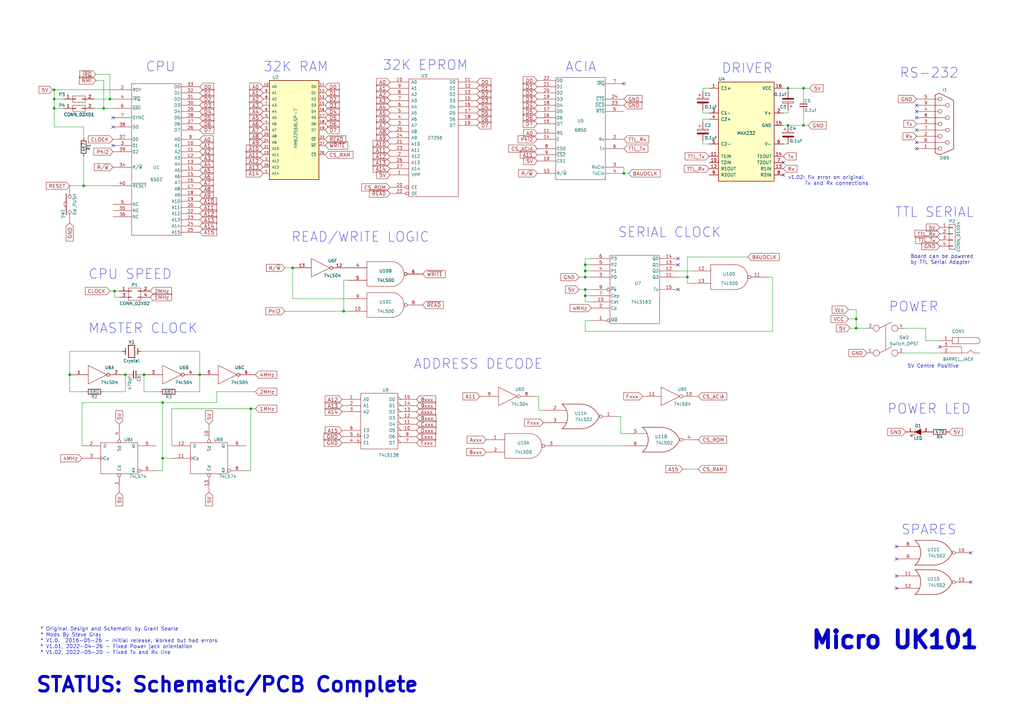
<source format=kicad_sch>
(kicad_sch (version 20211123) (generator eeschema)
  (paper "A3")
  (title_block (title "Micro UK101 with mods") (date "2022-05-20") (rev "1.02") (company "Steve J. Gray") (comment 1 "Design by Grant Searle"))
  (junction (at 28.575 153.67))
  (junction (at 351.155 134.62))
  (junction (at 51.435 153.67))
  (junction (at 45.085 40.64))
  (junction (at 42.545 44.45))
  (junction (at 120.015 109.855))
  (junction (at 329.565 36.195))
  (junction (at 240.03 113.665))
  (junction (at 329.565 51.435))
  (junction (at 22.225 44.45))
  (junction (at 240.03 121.285))
  (junction (at 351.155 130.81))
  (junction (at 323.215 51.435))
  (junction (at 81.915 153.67))
  (junction (at 22.225 40.64))
  (junction (at 102.87 167.64))
  (junction (at 34.29 76.2))
  (junction (at 140.97 127.635))
  (junction (at 240.03 108.585))
  (junction (at 59.055 153.67))
  (junction (at 66.675 187.96))
  (junction (at 240.03 111.125))
  (junction (at 323.215 36.195))
  (junction (at 281.94 113.665))
  (junction (at 240.03 118.745))
  (junction (at 46.99 119.38))
  (junction (at 22.225 36.83))
  (junction (at 255.905 71.12))
  (junction (at 66.675 165.1))
  (no_connect (at 385.445 142.24))
  (no_connect (at 398.145 226.695))
  (no_connect (at 278.13 108.585))
  (no_connect (at 367.665 241.3))
  (no_connect (at 367.665 224.155))
  (no_connect (at 46.355 48.26))
  (no_connect (at 46.355 52.07))
  (no_connect (at 278.13 118.745))
  (no_connect (at 398.145 238.76))
  (no_connect (at 278.13 106.045))
  (no_connect (at 46.355 59.69))
  (no_connect (at 367.665 229.235))
  (no_connect (at 321.31 66.675))
  (no_connect (at 321.31 71.755))
  (no_connect (at 255.905 34.29))
  (no_connect (at 367.665 236.22))
  (no_connect (at 375.92 48.26))
  (no_connect (at 375.92 45.72))
  (no_connect (at 375.92 60.96))
  (no_connect (at 375.92 58.42))
  (no_connect (at 375.92 53.34))
  (no_connect (at 375.92 43.18))
  (wire (pts (xy 288.29 46.355) (xy 290.83 46.355)))
  (wire (pts (xy 278.13 113.665) (xy 281.94 113.665)))
  (wire (pts (xy 45.085 40.64) (xy 45.085 30.48)))
  (wire (pts (xy 240.03 106.045) (xy 242.57 106.045)))
  (wire (pts (xy 28.575 144.145) (xy 28.575 153.67)))
  (wire (pts (xy 88.9 165.1) (xy 88.9 160.655)))
  (wire (pts (xy 240.03 123.825) (xy 242.57 123.825)))
  (wire (pts (xy 33.655 165.1) (xy 33.655 182.88)))
  (wire (pts (xy 329.565 36.195) (xy 332.105 36.195)))
  (wire (pts (xy 33.655 165.1) (xy 66.675 165.1)))
  (wire (pts (xy 66.675 165.1) (xy 66.675 187.96)))
  (wire (pts (xy 38.735 44.45) (xy 42.545 44.45)))
  (wire (pts (xy 42.545 44.45) (xy 46.355 44.45)))
  (wire (pts (xy 290.83 59.055) (xy 288.29 59.055)))
  (wire (pts (xy 237.49 118.745) (xy 240.03 118.745)))
  (wire (pts (xy 240.03 108.585) (xy 242.57 108.585)))
  (wire (pts (xy 102.87 193.04) (xy 100.965 193.04)))
  (wire (pts (xy 220.98 162.56) (xy 220.98 168.275)))
  (wire (pts (xy 240.03 111.125) (xy 240.03 113.665)))
  (wire (pts (xy 81.915 144.145) (xy 57.785 144.145)))
  (wire (pts (xy 351.155 130.81) (xy 347.98 130.81)))
  (wire (pts (xy 116.84 109.855) (xy 120.015 109.855)))
  (wire (pts (xy 254.635 177.8) (xy 255.905 177.8)))
  (wire (pts (xy 237.49 113.665) (xy 240.03 113.665)))
  (wire (pts (xy 28.575 160.655) (xy 34.925 160.655)))
  (wire (pts (xy 46.99 119.38) (xy 48.895 119.38)))
  (wire (pts (xy 66.675 193.04) (xy 64.135 193.04)))
  (wire (pts (xy 81.915 153.67) (xy 81.915 160.655)))
  (wire (pts (xy 66.675 187.96) (xy 70.485 187.96)))
  (wire (pts (xy 34.29 52.07) (xy 34.29 56.515)))
  (wire (pts (xy 379.73 134.62) (xy 379.73 139.7)))
  (wire (pts (xy 314.325 113.665) (xy 316.865 113.665)))
  (wire (pts (xy 22.225 36.83) (xy 22.225 40.64)))
  (wire (pts (xy 348.615 134.62) (xy 351.155 134.62)))
  (wire (pts (xy 42.545 33.02) (xy 39.37 33.02)))
  (wire (pts (xy 351.155 134.62) (xy 355.6 134.62)))
  (wire (pts (xy 255.905 182.88) (xy 229.87 182.88)))
  (wire (pts (xy 351.155 127) (xy 351.155 130.81)))
  (wire (pts (xy 257.81 71.12) (xy 255.905 71.12)))
  (wire (pts (xy 22.225 40.64) (xy 26.035 40.64)))
  (wire (pts (xy 81.915 144.145) (xy 81.915 153.67)))
  (wire (pts (xy 88.9 160.655) (xy 104.775 160.655)))
  (wire (pts (xy 240.03 118.745) (xy 242.57 118.745)))
  (wire (pts (xy 290.83 48.895) (xy 288.29 48.895)))
  (wire (pts (xy 253.365 170.815) (xy 254.635 170.815)))
  (wire (pts (xy 46.99 119.38) (xy 46.99 121.92)))
  (wire (pts (xy 120.015 109.855) (xy 120.015 122.555)))
  (wire (pts (xy 240.03 121.285) (xy 242.57 121.285)))
  (wire (pts (xy 51.435 153.67) (xy 52.705 153.67)))
  (wire (pts (xy 102.87 167.64) (xy 102.87 193.04)))
  (wire (pts (xy 219.71 162.56) (xy 220.98 162.56)))
  (wire (pts (xy 140.97 114.935) (xy 140.97 127.635)))
  (wire (pts (xy 278.13 111.125) (xy 283.845 111.125)))
  (wire (pts (xy 281.94 105.41) (xy 281.94 113.665)))
  (wire (pts (xy 240.03 121.285) (xy 240.03 123.825)))
  (wire (pts (xy 379.73 139.7) (xy 385.445 139.7)))
  (wire (pts (xy 22.225 40.64) (xy 22.225 44.45)))
  (wire (pts (xy 45.085 119.38) (xy 46.99 119.38)))
  (wire (pts (xy 66.675 165.1) (xy 88.9 165.1)))
  (wire (pts (xy 220.98 168.275) (xy 222.885 168.275)))
  (wire (pts (xy 240.03 118.745) (xy 240.03 121.285)))
  (wire (pts (xy 316.865 113.665) (xy 316.865 135.89)))
  (wire (pts (xy 281.94 116.205) (xy 283.845 116.205)))
  (wire (pts (xy 281.94 105.41) (xy 306.705 105.41)))
  (wire (pts (xy 116.84 127.635) (xy 140.97 127.635)))
  (wire (pts (xy 38.735 40.64) (xy 45.085 40.64)))
  (wire (pts (xy 142.875 114.935) (xy 140.97 114.935)))
  (wire (pts (xy 28.575 153.67) (xy 28.575 160.655)))
  (wire (pts (xy 280.035 192.405) (xy 286.385 192.405)))
  (wire (pts (xy 351.155 134.62) (xy 351.155 130.81)))
  (wire (pts (xy 59.055 160.655) (xy 65.405 160.655)))
  (wire (pts (xy 22.225 44.45) (xy 22.225 52.07)))
  (wire (pts (xy 66.675 187.96) (xy 66.675 193.04)))
  (wire (pts (xy 323.215 51.435) (xy 329.565 51.435)))
  (wire (pts (xy 46.99 121.92) (xy 48.895 121.92)))
  (wire (pts (xy 288.29 59.055) (xy 288.29 57.785)))
  (wire (pts (xy 120.015 122.555) (xy 142.875 122.555)))
  (wire (pts (xy 240.03 108.585) (xy 240.03 111.125)))
  (wire (pts (xy 347.98 127) (xy 351.155 127)))
  (wire (pts (xy 323.215 36.195) (xy 329.565 36.195)))
  (wire (pts (xy 316.865 135.89) (xy 240.03 135.89)))
  (wire (pts (xy 34.29 76.2) (xy 46.355 76.2)))
  (wire (pts (xy 102.87 167.64) (xy 104.775 167.64)))
  (wire (pts (xy 140.97 127.635) (xy 142.875 127.635)))
  (wire (pts (xy 323.215 46.355) (xy 323.215 45.085)))
  (wire (pts (xy 22.225 44.45) (xy 26.035 44.45)))
  (wire (pts (xy 240.03 135.89) (xy 240.03 131.445)))
  (wire (pts (xy 323.215 36.195) (xy 323.215 37.465)))
  (wire (pts (xy 45.085 40.64) (xy 46.355 40.64)))
  (wire (pts (xy 34.29 64.135) (xy 34.29 76.2)))
  (wire (pts (xy 21.59 36.83) (xy 22.225 36.83)))
  (wire (pts (xy 370.84 144.78) (xy 385.445 144.78)))
  (wire (pts (xy 321.31 36.195) (xy 323.215 36.195)))
  (wire (pts (xy 329.565 51.435) (xy 331.47 51.435)))
  (wire (pts (xy 50.165 144.145) (xy 28.575 144.145)))
  (wire (pts (xy 288.29 48.895) (xy 288.29 50.165)))
  (wire (pts (xy 22.225 52.07) (xy 34.29 52.07)))
  (wire (pts (xy 42.545 44.45) (xy 42.545 33.02)))
  (wire (pts (xy 51.435 153.67) (xy 51.435 160.655)))
  (wire (pts (xy 28.575 76.2) (xy 34.29 76.2)))
  (wire (pts (xy 290.83 36.195) (xy 288.29 36.195)))
  (wire (pts (xy 45.085 30.48) (xy 39.37 30.48)))
  (wire (pts (xy 329.565 40.64) (xy 329.565 36.195)))
  (wire (pts (xy 240.03 113.665) (xy 242.57 113.665)))
  (wire (pts (xy 51.435 160.655) (xy 42.545 160.655)))
  (wire (pts (xy 22.225 36.83) (xy 46.355 36.83)))
  (wire (pts (xy 255.905 71.12) (xy 255.905 68.58)))
  (wire (pts (xy 329.565 45.72) (xy 329.565 51.435)))
  (wire (pts (xy 281.94 113.665) (xy 281.94 116.205)))
  (wire (pts (xy 370.84 134.62) (xy 379.73 134.62)))
  (wire (pts (xy 321.31 51.435) (xy 323.215 51.435)))
  (wire (pts (xy 254.635 170.815) (xy 254.635 177.8)))
  (wire (pts (xy 240.03 106.045) (xy 240.03 108.585)))
  (wire (pts (xy 59.055 153.67) (xy 57.785 153.67)))
  (wire (pts (xy 321.31 46.355) (xy 323.215 46.355)))
  (wire (pts (xy 59.055 153.67) (xy 59.055 160.655)))
  (wire (pts (xy 321.31 59.055) (xy 323.215 59.055)))
  (wire (pts (xy 288.29 36.195) (xy 288.29 37.465)))
  (wire (pts (xy 240.03 131.445) (xy 242.57 131.445)))
  (wire (pts (xy 70.485 167.64) (xy 102.87 167.64)))
  (wire (pts (xy 70.485 182.88) (xy 70.485 167.64)))
  (wire (pts (xy 288.29 45.085) (xy 288.29 46.355)))
  (wire (pts (xy 240.03 111.125) (xy 242.57 111.125)))
  (wire (pts (xy 81.915 160.655) (xy 73.025 160.655)))
  (text "Micro UK101" (at 401.955 266.7 180) (effects (font (size 7 7) (thickness 1.6002) bold) (justify right bottom)))
  (text "CPU" (at 59.69 29.845 0) (effects (font (size 3.9878 3.9878)) (justify left bottom)))
  (text "POWER" (at 364.49 128.27 0) (effects (font (size 3.9878 3.9878)) (justify left bottom)))
  (text "READ/WRITE LOGIC" (at 119.38 99.695 0) (effects (font (size 3.9878 3.9878)) (justify left bottom)))
  (text "* Original Design and Schematic by Grant Searle\n* Mods By Steve Gray\n* V1.0,  2016-05-26 - Initial release. Worked but had errors\n* V1.01, 2022-04-26 - Fixed Power jack orientation\n* V1.02, 2022-05-20 - Fixed Tx and Rx line" (at 16.51 268.605 0) (effects (font (size 1.4986 1.4986)) (justify left bottom)))
  (text "MASTER CLOCK" (at 36.195 137.16 0) (effects (font (size 3.9878 3.9878)) (justify left bottom)))
  (text "DRIVER" (at 295.91 30.48 0) (effects (font (size 3.9878 3.9878)) (justify left bottom)))
  (text "STATUS: Schematic/PCB Complete" (at 172.085 284.48 180) (effects (font (size 5.9944 5.9944) (thickness 1.1989) bold) (justify right bottom)))
  (text "32K EPROM" (at 156.845 29.21 0) (effects (font (size 3.9878 3.9878)) (justify left bottom)))
  (text "Board can be powered\nby TTL Serial Adapter" (at 373.38 108.585 0) (effects (font (size 1.4986 1.4986)) (justify left bottom)))
  (text "SPARES" (at 369.57 219.71 0) (effects (font (size 3.9878 3.9878)) (justify left bottom)))
  (text "POWER LED" (at 363.855 170.18 0) (effects (font (size 3.9878 3.9878)) (justify left bottom)))
  (text "TTL SERIAL" (at 367.03 89.535 0) (effects (font (size 3.9878 3.9878)) (justify left bottom)))
  (text "RS-232" (at 368.935 32.385 0) (effects (font (size 3.9878 3.9878)) (justify left bottom)))
  (text "ACIA" (at 231.775 29.845 0) (effects (font (size 3.9878 3.9878)) (justify left bottom)))
  (text "ADDRESS DECODE" (at 169.545 151.765 0) (effects (font (size 3.9878 3.9878)) (justify left bottom)))
  (text "32K RAM" (at 107.95 29.845 0) (effects (font (size 3.9878 3.9878)) (justify left bottom)))
  (text "SERIAL CLOCK" (at 253.365 97.79 0) (effects (font (size 3.9878 3.9878)) (justify left bottom)))
  (text "v1.02: fix error on original\n      Tx and Rx connections" (at 323.215 76.2 0) (effects (font (size 1.4986 1.4986)) (justify left bottom)))
  (text "5V Centre Positive" (at 372.11 151.13 0) (effects (font (size 1.4986 1.4986)) (justify left bottom)))
  (text "CPU SPEED" (at 36.195 114.935 0) (effects (font (size 3.9878 3.9878)) (justify left bottom)))
  (global_label "5V" (shape input) (at 21.59 36.83 180) (effects (font (size 1.4986 1.4986))) (property "Intersheet References" "${INTERSHEET_REFS}" (effects hide)))
  (global_label "A4" (shape input) (at 81.915 67.31 0) (effects (font (size 1.4986 1.4986))) (property "Intersheet References" "${INTERSHEET_REFS}" (effects hide)))
  (global_label "D0" (shape input) (at 195.58 33.655 0) (effects (font (size 1.4986 1.4986))) (property "Intersheet References" "${INTERSHEET_REFS}" (effects hide)))
  (global_label "A13" (shape input) (at 140.335 166.37 180) (effects (font (size 1.4986 1.4986))) (property "Intersheet References" "${INTERSHEET_REFS}" (effects hide)))
  (global_label "GND" (shape input) (at 355.6 144.78 180) (effects (font (size 1.4986 1.4986))) (property "Intersheet References" "${INTERSHEET_REFS}" (effects hide)))
  (global_label "5V" (shape input) (at 237.49 118.745 180) (effects (font (size 1.4986 1.4986))) (property "Intersheet References" "${INTERSHEET_REFS}" (effects hide)))
  (global_label "D0" (shape input) (at 81.915 35.56 0) (effects (font (size 1.4986 1.4986))) (property "Intersheet References" "${INTERSHEET_REFS}" (effects hide)))
  (global_label "D6" (shape input) (at 220.345 48.26 180) (effects (font (size 1.4986 1.4986))) (property "Intersheet References" "${INTERSHEET_REFS}" (effects hide)))
  (global_label "A14" (shape input) (at 81.915 92.71 0) (effects (font (size 1.4986 1.4986))) (property "Intersheet References" "${INTERSHEET_REFS}" (effects hide)))
  (global_label "TTL_Tx" (shape input) (at 255.905 60.96 0) (effects (font (size 1.4986 1.4986))) (property "Intersheet References" "${INTERSHEET_REFS}" (effects hide)))
  (global_label "D5" (shape input) (at 81.915 48.26 0) (effects (font (size 1.4986 1.4986))) (property "Intersheet References" "${INTERSHEET_REFS}" (effects hide)))
  (global_label "A14" (shape input) (at 160.02 69.215 180) (effects (font (size 1.4986 1.4986))) (property "Intersheet References" "${INTERSHEET_REFS}" (effects hide)))
  (global_label "~{READ}" (shape input) (at 160.02 79.375 180) (effects (font (size 1.4986 1.4986))) (property "Intersheet References" "${INTERSHEET_REFS}" (effects hide)))
  (global_label "CLOCK" (shape input) (at 45.085 119.38 180) (effects (font (size 1.4986 1.4986))) (property "Intersheet References" "${INTERSHEET_REFS}" (effects hide)))
  (global_label "CS_ACIA" (shape input) (at 220.345 60.96 180) (effects (font (size 1.4986 1.4986))) (property "Intersheet References" "${INTERSHEET_REFS}" (effects hide)))
  (global_label "BAUDCLK" (shape input) (at 257.81 71.12 0) (effects (font (size 1.4986 1.4986))) (property "Intersheet References" "${INTERSHEET_REFS}" (effects hide)))
  (global_label "5V" (shape input) (at 48.895 173.99 90) (effects (font (size 1.4986 1.4986))) (property "Intersheet References" "${INTERSHEET_REFS}" (effects hide)))
  (global_label "Fxxx" (shape input) (at 170.815 181.61 0) (effects (font (size 1.4986 1.4986))) (property "Intersheet References" "${INTERSHEET_REFS}" (effects hide)))
  (global_label "A12" (shape input) (at 81.915 87.63 0) (effects (font (size 1.4986 1.4986))) (property "Intersheet References" "${INTERSHEET_REFS}" (effects hide)))
  (global_label "5V" (shape input) (at 389.255 177.165 0) (effects (font (size 1.4986 1.4986))) (property "Intersheet References" "${INTERSHEET_REFS}" (effects hide)))
  (global_label "A5" (shape input) (at 107.95 48.26 180) (effects (font (size 1.4986 1.4986))) (property "Intersheet References" "${INTERSHEET_REFS}" (effects hide)))
  (global_label "D5" (shape input) (at 195.58 46.355 0) (effects (font (size 1.4986 1.4986))) (property "Intersheet References" "${INTERSHEET_REFS}" (effects hide)))
  (global_label "1MHz" (shape input) (at 104.775 167.64 0) (effects (font (size 1.4986 1.4986))) (property "Intersheet References" "${INTERSHEET_REFS}" (effects hide)))
  (global_label "Phi2" (shape input) (at 116.84 127.635 180) (effects (font (size 1.4986 1.4986))) (property "Intersheet References" "${INTERSHEET_REFS}" (effects hide)))
  (global_label "9xxx" (shape input) (at 170.815 166.37 0) (effects (font (size 1.4986 1.4986))) (property "Intersheet References" "${INTERSHEET_REFS}" (effects hide)))
  (global_label "A2" (shape input) (at 81.915 62.23 0) (effects (font (size 1.4986 1.4986))) (property "Intersheet References" "${INTERSHEET_REFS}" (effects hide)))
  (global_label "A3" (shape input) (at 107.95 43.18 180) (effects (font (size 1.4986 1.4986))) (property "Intersheet References" "${INTERSHEET_REFS}" (effects hide)))
  (global_label "D6" (shape input) (at 133.35 50.8 0) (effects (font (size 1.4986 1.4986))) (property "Intersheet References" "${INTERSHEET_REFS}" (effects hide)))
  (global_label "8xxx" (shape input) (at 170.815 163.83 0) (effects (font (size 1.4986 1.4986))) (property "Intersheet References" "${INTERSHEET_REFS}" (effects hide)))
  (global_label "CS_ACIA" (shape input) (at 286.385 162.56 0) (effects (font (size 1.4986 1.4986))) (property "Intersheet References" "${INTERSHEET_REFS}" (effects hide)))
  (global_label "VCC" (shape input) (at 347.98 130.81 180) (effects (font (size 1.4986 1.4986))) (property "Intersheet References" "${INTERSHEET_REFS}" (effects hide)))
  (global_label "D3" (shape input) (at 81.915 43.18 0) (effects (font (size 1.4986 1.4986))) (property "Intersheet References" "${INTERSHEET_REFS}" (effects hide)))
  (global_label "TTL_Tx" (shape input) (at 290.83 64.135 180) (effects (font (size 1.4986 1.4986))) (property "Intersheet References" "${INTERSHEET_REFS}" (effects hide)))
  (global_label "D5" (shape input) (at 220.345 45.72 180) (effects (font (size 1.4986 1.4986))) (property "Intersheet References" "${INTERSHEET_REFS}" (effects hide)))
  (global_label "A6" (shape input) (at 107.95 50.8 180) (effects (font (size 1.4986 1.4986))) (property "Intersheet References" "${INTERSHEET_REFS}" (effects hide)))
  (global_label "GND" (shape input) (at 331.47 51.435 0) (effects (font (size 1.4986 1.4986))) (property "Intersheet References" "${INTERSHEET_REFS}" (effects hide)))
  (global_label "CS_ROM" (shape input) (at 160.02 76.835 180) (effects (font (size 1.4986 1.4986))) (property "Intersheet References" "${INTERSHEET_REFS}" (effects hide)))
  (global_label "D5" (shape input) (at 133.35 48.26 0) (effects (font (size 1.4986 1.4986))) (property "Intersheet References" "${INTERSHEET_REFS}" (effects hide)))
  (global_label "A5" (shape input) (at 160.02 46.355 180) (effects (font (size 1.4986 1.4986))) (property "Intersheet References" "${INTERSHEET_REFS}" (effects hide)))
  (global_label "D2" (shape input) (at 133.35 40.64 0) (effects (font (size 1.4986 1.4986))) (property "Intersheet References" "${INTERSHEET_REFS}" (effects hide)))
  (global_label "A11" (shape input) (at 107.95 63.5 180) (effects (font (size 1.4986 1.4986))) (property "Intersheet References" "${INTERSHEET_REFS}" (effects hide)))
  (global_label "D1" (shape input) (at 81.915 38.1 0) (effects (font (size 1.4986 1.4986))) (property "Intersheet References" "${INTERSHEET_REFS}" (effects hide)))
  (global_label "5V" (shape input) (at 332.105 36.195 0) (effects (font (size 1.4986 1.4986))) (property "Intersheet References" "${INTERSHEET_REFS}" (effects hide)))
  (global_label "CS_RAM" (shape input) (at 286.385 192.405 0) (effects (font (size 1.4986 1.4986))) (property "Intersheet References" "${INTERSHEET_REFS}" (effects hide)))
  (global_label "A5" (shape input) (at 81.915 69.85 0) (effects (font (size 1.4986 1.4986))) (property "Intersheet References" "${INTERSHEET_REFS}" (effects hide)))
  (global_label "A3" (shape input) (at 81.915 64.77 0) (effects (font (size 1.4986 1.4986))) (property "Intersheet References" "${INTERSHEET_REFS}" (effects hide)))
  (global_label "4MHz" (shape input) (at 33.655 187.96 180) (effects (font (size 1.4986 1.4986))) (property "Intersheet References" "${INTERSHEET_REFS}" (effects hide)))
  (global_label "GND" (shape input) (at 385.445 100.965 180) (effects (font (size 1.4986 1.4986))) (property "Intersheet References" "${INTERSHEET_REFS}" (effects hide)))
  (global_label "Phi2" (shape input) (at 220.345 57.15 180) (effects (font (size 1.4986 1.4986))) (property "Intersheet References" "${INTERSHEET_REFS}" (effects hide)))
  (global_label "Bxxx" (shape input) (at 199.39 185.42 180) (effects (font (size 1.4986 1.4986))) (property "Intersheet References" "${INTERSHEET_REFS}" (effects hide)))
  (global_label "~{WRITE}" (shape input) (at 173.355 112.395 0) (effects (font (size 1.4986 1.4986))) (property "Intersheet References" "${INTERSHEET_REFS}" (effects hide)))
  (global_label "D4" (shape input) (at 133.35 45.72 0) (effects (font (size 1.4986 1.4986))) (property "Intersheet References" "${INTERSHEET_REFS}" (effects hide)))
  (global_label "BAUDCLK" (shape input) (at 306.705 105.41 0) (effects (font (size 1.4986 1.4986))) (property "Intersheet References" "${INTERSHEET_REFS}" (effects hide)))
  (global_label "CS_RAM" (shape input) (at 133.35 63.5 0) (effects (font (size 1.4986 1.4986))) (property "Intersheet References" "${INTERSHEET_REFS}" (effects hide)))
  (global_label "A11" (shape input) (at 160.02 61.595 180) (effects (font (size 1.4986 1.4986))) (property "Intersheet References" "${INTERSHEET_REFS}" (effects hide)))
  (global_label "Exxx" (shape input) (at 170.815 179.07 0) (effects (font (size 1.4986 1.4986))) (property "Intersheet References" "${INTERSHEET_REFS}" (effects hide)))
  (global_label "A9" (shape input) (at 160.02 56.515 180) (effects (font (size 1.4986 1.4986))) (property "Intersheet References" "${INTERSHEET_REFS}" (effects hide)))
  (global_label "GND" (shape input) (at 255.905 40.64 0) (effects (font (size 1.4986 1.4986))) (property "Intersheet References" "${INTERSHEET_REFS}" (effects hide)))
  (global_label "A9" (shape input) (at 107.95 58.42 180) (effects (font (size 1.4986 1.4986))) (property "Intersheet References" "${INTERSHEET_REFS}" (effects hide)))
  (global_label "Axxx" (shape input) (at 199.39 180.34 180) (effects (font (size 1.4986 1.4986))) (property "Intersheet References" "${INTERSHEET_REFS}" (effects hide)))
  (global_label "D3" (shape input) (at 195.58 41.275 0) (effects (font (size 1.4986 1.4986))) (property "Intersheet References" "${INTERSHEET_REFS}" (effects hide)))
  (global_label "A14" (shape input) (at 140.335 168.91 180) (effects (font (size 1.4986 1.4986))) (property "Intersheet References" "${INTERSHEET_REFS}" (effects hide)))
  (global_label "Cxxx" (shape input) (at 170.815 173.99 0) (effects (font (size 1.4986 1.4986))) (property "Intersheet References" "${INTERSHEET_REFS}" (effects hide)))
  (global_label "D3" (shape input) (at 220.345 40.64 180) (effects (font (size 1.4986 1.4986))) (property "Intersheet References" "${INTERSHEET_REFS}" (effects hide)))
  (global_label "~{WRITE}" (shape input) (at 133.35 59.69 0) (effects (font (size 1.4986 1.4986))) (property "Intersheet References" "${INTERSHEET_REFS}" (effects hide)))
  (global_label "CS_ROM" (shape input) (at 286.385 180.34 0) (effects (font (size 1.4986 1.4986))) (property "Intersheet References" "${INTERSHEET_REFS}" (effects hide)))
  (global_label "D7" (shape input) (at 81.915 53.34 0) (effects (font (size 1.4986 1.4986))) (property "Intersheet References" "${INTERSHEET_REFS}" (effects hide)))
  (global_label "D4" (shape input) (at 81.915 45.72 0) (effects (font (size 1.4986 1.4986))) (property "Intersheet References" "${INTERSHEET_REFS}" (effects hide)))
  (global_label "A14" (shape input) (at 107.95 71.12 180) (effects (font (size 1.4986 1.4986))) (property "Intersheet References" "${INTERSHEET_REFS}" (effects hide)))
  (global_label "5V" (shape input) (at 385.445 93.345 180) (effects (font (size 1.4986 1.4986))) (property "Intersheet References" "${INTERSHEET_REFS}" (effects hide)))
  (global_label "GND" (shape input) (at 371.475 177.165 180) (effects (font (size 1.4986 1.4986))) (property "Intersheet References" "${INTERSHEET_REFS}" (effects hide)))
  (global_label "A2" (shape input) (at 107.95 40.64 180) (effects (font (size 1.4986 1.4986))) (property "Intersheet References" "${INTERSHEET_REFS}" (effects hide)))
  (global_label "~{READ}" (shape input) (at 133.35 57.15 0) (effects (font (size 1.4986 1.4986))) (property "Intersheet References" "${INTERSHEET_REFS}" (effects hide)))
  (global_label "5V" (shape input) (at 48.895 201.93 270) (effects (font (size 1.4986 1.4986))) (property "Intersheet References" "${INTERSHEET_REFS}" (effects hide)))
  (global_label "A15" (shape input) (at 280.035 192.405 180) (effects (font (size 1.4986 1.4986))) (property "Intersheet References" "${INTERSHEET_REFS}" (effects hide)))
  (global_label "5V" (shape input) (at 85.725 201.93 270) (effects (font (size 1.4986 1.4986))) (property "Intersheet References" "${INTERSHEET_REFS}" (effects hide)))
  (global_label "D6" (shape input) (at 195.58 48.895 0) (effects (font (size 1.4986 1.4986))) (property "Intersheet References" "${INTERSHEET_REFS}" (effects hide)))
  (global_label "~{IRQ}" (shape input) (at 39.37 30.48 180) (effects (font (size 1.4986 1.4986))) (property "Intersheet References" "${INTERSHEET_REFS}" (effects hide)))
  (global_label "1MHz" (shape input) (at 61.595 121.92 0) (effects (font (size 1.4986 1.4986))) (property "Intersheet References" "${INTERSHEET_REFS}" (effects hide)))
  (global_label "A12" (shape input) (at 140.335 163.83 180) (effects (font (size 1.4986 1.4986))) (property "Intersheet References" "${INTERSHEET_REFS}" (effects hide)))
  (global_label "A12" (shape input) (at 107.95 66.04 180) (effects (font (size 1.4986 1.4986))) (property "Intersheet References" "${INTERSHEET_REFS}" (effects hide)))
  (global_label "GND" (shape input) (at 140.335 181.61 180) (effects (font (size 1.4986 1.4986))) (property "Intersheet References" "${INTERSHEET_REFS}" (effects hide)))
  (global_label "A0" (shape input) (at 220.345 54.61 180) (effects (font (size 1.4986 1.4986))) (property "Intersheet References" "${INTERSHEET_REFS}" (effects hide)))
  (global_label "D4" (shape input) (at 195.58 43.815 0) (effects (font (size 1.4986 1.4986))) (property "Intersheet References" "${INTERSHEET_REFS}" (effects hide)))
  (global_label "TTL_Tx" (shape input) (at 385.445 98.425 180) (effects (font (size 1.4986 1.4986))) (property "Intersheet References" "${INTERSHEET_REFS}" (effects hide)))
  (global_label "A1" (shape input) (at 81.915 59.69 0) (effects (font (size 1.4986 1.4986))) (property "Intersheet References" "${INTERSHEET_REFS}" (effects hide)))
  (global_label "A13" (shape input) (at 81.915 90.17 0) (effects (font (size 1.4986 1.4986))) (property "Intersheet References" "${INTERSHEET_REFS}" (effects hide)))
  (global_label "GND" (shape input) (at 28.575 91.44 270) (effects (font (size 1.4986 1.4986))) (property "Intersheet References" "${INTERSHEET_REFS}" (effects hide)))
  (global_label "A10" (shape input) (at 107.95 60.96 180) (effects (font (size 1.4986 1.4986))) (property "Intersheet References" "${INTERSHEET_REFS}" (effects hide)))
  (global_label "D1" (shape input) (at 220.345 35.56 180) (effects (font (size 1.4986 1.4986))) (property "Intersheet References" "${INTERSHEET_REFS}" (effects hide)))
  (global_label "A13" (shape input) (at 107.95 68.58 180) (effects (font (size 1.4986 1.4986))) (property "Intersheet References" "${INTERSHEET_REFS}" (effects hide)))
  (global_label "5V" (shape input) (at 348.615 134.62 180) (effects (font (size 1.4986 1.4986))) (property "Intersheet References" "${INTERSHEET_REFS}" (effects hide)))
  (global_label "~{NMI}" (shape input) (at 39.37 33.02 180) (effects (font (size 1.4986 1.4986))) (property "Intersheet References" "${INTERSHEET_REFS}" (effects hide)))
  (global_label "4MHz" (shape input) (at 242.57 126.365 180) (effects (font (size 1.4986 1.4986))) (property "Intersheet References" "${INTERSHEET_REFS}" (effects hide)))
  (global_label "A7" (shape input) (at 107.95 53.34 180) (effects (font (size 1.4986 1.4986))) (property "Intersheet References" "${INTERSHEET_REFS}" (effects hide)))
  (global_label "A11" (shape input) (at 220.345 63.5 180) (effects (font (size 1.4986 1.4986))) (property "Intersheet References" "${INTERSHEET_REFS}" (effects hide)))
  (global_label "Tx" (shape input) (at 375.92 50.8 180) (effects (font (size 1.4986 1.4986))) (property "Intersheet References" "${INTERSHEET_REFS}" (effects hide)))
  (global_label "A4" (shape input) (at 107.95 45.72 180) (effects (font (size 1.4986 1.4986))) (property "Intersheet References" "${INTERSHEET_REFS}" (effects hide)))
  (global_label "D6" (shape input) (at 81.915 50.8 0) (effects (font (size 1.4986 1.4986))) (property "Intersheet References" "${INTERSHEET_REFS}" (effects hide)))
  (global_label "R/~{W}" (shape input) (at 46.355 68.58 180) (effects (font (size 1.4986 1.4986))) (property "Intersheet References" "${INTERSHEET_REFS}" (effects hide)))
  (global_label "D2" (shape input) (at 220.345 38.1 180) (effects (font (size 1.4986 1.4986))) (property "Intersheet References" "${INTERSHEET_REFS}" (effects hide)))
  (global_label "A10" (shape input) (at 81.915 82.55 0) (effects (font (size 1.4986 1.4986))) (property "Intersheet References" "${INTERSHEET_REFS}" (effects hide)))
  (global_label "A8" (shape input) (at 107.95 55.88 180) (effects (font (size 1.4986 1.4986))) (property "Intersheet References" "${INTERSHEET_REFS}" (effects hide)))
  (global_label "R/~{W}" (shape input) (at 220.345 71.12 180) (effects (font (size 1.4986 1.4986))) (property "Intersheet References" "${INTERSHEET_REFS}" (effects hide)))
  (global_label "Axxx" (shape input) (at 170.815 168.91 0) (effects (font (size 1.4986 1.4986))) (property "Intersheet References" "${INTERSHEET_REFS}" (effects hide)))
  (global_label "2MHz" (shape input) (at 104.775 160.655 0) (effects (font (size 1.4986 1.4986))) (property "Intersheet References" "${INTERSHEET_REFS}" (effects hide)))
  (global_label "Fxxx" (shape input) (at 222.885 173.355 180) (effects (font (size 1.4986 1.4986))) (property "Intersheet References" "${INTERSHEET_REFS}" (effects hide)))
  (global_label "A1" (shape input) (at 160.02 36.195 180) (effects (font (size 1.4986 1.4986))) (property "Intersheet References" "${INTERSHEET_REFS}" (effects hide)))
  (global_label "RESET" (shape input) (at 28.575 76.2 180) (effects (font (size 1.4986 1.4986))) (property "Intersheet References" "${INTERSHEET_REFS}" (effects hide)))
  (global_label "D7" (shape input) (at 220.345 50.8 180) (effects (font (size 1.4986 1.4986))) (property "Intersheet References" "${INTERSHEET_REFS}" (effects hide)))
  (global_label "A9" (shape input) (at 81.915 80.01 0) (effects (font (size 1.4986 1.4986))) (property "Intersheet References" "${INTERSHEET_REFS}" (effects hide)))
  (global_label "GND" (shape input) (at 255.905 43.18 0) (effects (font (size 1.4986 1.4986))) (property "Intersheet References" "${INTERSHEET_REFS}" (effects hide)))
  (global_label "Rx" (shape input) (at 321.31 69.215 0) (effects (font (size 1.4986 1.4986))) (property "Intersheet References" "${INTERSHEET_REFS}" (effects hide)))
  (global_label "D7" (shape input) (at 195.58 51.435 0) (effects (font (size 1.4986 1.4986))) (property "Intersheet References" "${INTERSHEET_REFS}" (effects hide)))
  (global_label "TTL_Rx" (shape input) (at 290.83 69.215 180) (effects (font (size 1.4986 1.4986))) (property "Intersheet References" "${INTERSHEET_REFS}" (effects hide)))
  (global_label "A15" (shape input) (at 81.915 95.25 0) (effects (font (size 1.4986 1.4986))) (property "Intersheet References" "${INTERSHEET_REFS}" (effects hide)))
  (global_label "TTL_Rx" (shape input) (at 385.445 95.885 180) (effects (font (size 1.4986 1.4986))) (property "Intersheet References" "${INTERSHEET_REFS}" (effects hide)))
  (global_label "D0" (shape input) (at 133.35 35.56 0) (effects (font (size 1.4986 1.4986))) (property "Intersheet References" "${INTERSHEET_REFS}" (effects hide)))
  (global_label "A11" (shape input) (at 196.85 162.56 180) (effects (font (size 1.4986 1.4986))) (property "Intersheet References" "${INTERSHEET_REFS}" (effects hide)))
  (global_label "GND" (shape input) (at 237.49 113.665 180) (effects (font (size 1.4986 1.4986))) (property "Intersheet References" "${INTERSHEET_REFS}" (effects hide)))
  (global_label "A2" (shape input) (at 160.02 38.735 180) (effects (font (size 1.4986 1.4986))) (property "Intersheet References" "${INTERSHEET_REFS}" (effects hide)))
  (global_label "A10" (shape input) (at 160.02 59.055 180) (effects (font (size 1.4986 1.4986))) (property "Intersheet References" "${INTERSHEET_REFS}" (effects hide)))
  (global_label "D2" (shape input) (at 81.915 40.64 0) (effects (font (size 1.4986 1.4986))) (property "Intersheet References" "${INTERSHEET_REFS}" (effects hide)))
  (global_label "~{READ}" (shape input) (at 173.355 125.095 0) (effects (font (size 1.4986 1.4986))) (property "Intersheet References" "${INTERSHEET_REFS}" (effects hide)))
  (global_label "A13" (shape input) (at 160.02 66.675 180) (effects (font (size 1.4986 1.4986))) (property "Intersheet References" "${INTERSHEET_REFS}" (effects hide)))
  (global_label "A6" (shape input) (at 160.02 48.895 180) (effects (font (size 1.4986 1.4986))) (property "Intersheet References" "${INTERSHEET_REFS}" (effects hide)))
  (global_label "Dxxx" (shape input) (at 170.815 176.53 0) (effects (font (size 1.4986 1.4986))) (property "Intersheet References" "${INTERSHEET_REFS}" (effects hide)))
  (global_label "A0" (shape input) (at 160.02 33.655 180) (effects (font (size 1.4986 1.4986))) (property "Intersheet References" "${INTERSHEET_REFS}" (effects hide)))
  (global_label "TTL_Rx" (shape input) (at 255.905 57.15 0) (effects (font (size 1.4986 1.4986))) (property "Intersheet References" "${INTERSHEET_REFS}" (effects hide)))
  (global_label "D0" (shape input) (at 220.345 33.02 180) (effects (font (size 1.4986 1.4986))) (property "Intersheet References" "${INTERSHEET_REFS}" (effects hide)))
  (global_label "CLOCK" (shape input) (at 46.355 57.15 180) (effects (font (size 1.4986 1.4986))) (property "Intersheet References" "${INTERSHEET_REFS}" (effects hide)))
  (global_label "A15" (shape input) (at 140.335 176.53 180) (effects (font (size 1.4986 1.4986))) (property "Intersheet References" "${INTERSHEET_REFS}" (effects hide)))
  (global_label "A0" (shape input) (at 107.95 35.56 180) (effects (font (size 1.4986 1.4986))) (property "Intersheet References" "${INTERSHEET_REFS}" (effects hide)))
  (global_label "A0" (shape input) (at 81.915 57.15 0) (effects (font (size 1.4986 1.4986))) (property "Intersheet References" "${INTERSHEET_REFS}" (effects hide)))
  (global_label "D4" (shape input) (at 220.345 43.18 180) (effects (font (size 1.4986 1.4986))) (property "Intersheet References" "${INTERSHEET_REFS}" (effects hide)))
  (global_label "A8" (shape input) (at 81.915 77.47 0) (effects (font (size 1.4986 1.4986))) (property "Intersheet References" "${INTERSHEET_REFS}" (effects hide)))
  (global_label "GND" (shape input) (at 375.92 40.64 180) (effects (font (size 1.4986 1.4986))) (property "Intersheet References" "${INTERSHEET_REFS}" (effects hide)))
  (global_label "5V" (shape input) (at 160.02 71.755 180) (effects (font (size 1.4986 1.4986))) (property "Intersheet References" "${INTERSHEET_REFS}" (effects hide)))
  (global_label "Tx" (shape input) (at 321.31 64.135 0) (effects (font (size 1.4986 1.4986))) (property "Intersheet References" "${INTERSHEET_REFS}" (effects hide)))
  (global_label "A1" (shape input) (at 107.95 38.1 180) (effects (font (size 1.4986 1.4986))) (property "Intersheet References" "${INTERSHEET_REFS}" (effects hide)))
  (global_label "Vcc" (shape input) (at 347.98 127 180) (effects (font (size 1.4986 1.4986))) (property "Intersheet References" "${INTERSHEET_REFS}" (effects hide)))
  (global_label "D1" (shape input) (at 133.35 38.1 0) (effects (font (size 1.4986 1.4986))) (property "Intersheet References" "${INTERSHEET_REFS}" (effects hide)))
  (global_label "A7" (shape input) (at 81.915 74.93 0) (effects (font (size 1.4986 1.4986))) (property "Intersheet References" "${INTERSHEET_REFS}" (effects hide)))
  (global_label "A8" (shape input) (at 160.02 53.975 180) (effects (font (size 1.4986 1.4986))) (property "Intersheet References" "${INTERSHEET_REFS}" (effects hide)))
  (global_label "5V" (shape input) (at 85.725 173.99 90) (effects (font (size 1.4986 1.4986))) (property "Intersheet References" "${INTERSHEET_REFS}" (effects hide)))
  (global_label "Rx" (shape input) (at 375.92 55.88 180) (effects (font (size 1.4986 1.4986))) (property "Intersheet References" "${INTERSHEET_REFS}" (effects hide)))
  (global_label "Fxxx" (shape input) (at 263.525 162.56 180) (effects (font (size 1.4986 1.4986))) (property "Intersheet References" "${INTERSHEET_REFS}" (effects hide)))
  (global_label "Phi2" (shape input) (at 46.355 62.23 180) (effects (font (size 1.4986 1.4986))) (property "Intersheet References" "${INTERSHEET_REFS}" (effects hide)))
  (global_label "A4" (shape input) (at 160.02 43.815 180) (effects (font (size 1.4986 1.4986))) (property "Intersheet References" "${INTERSHEET_REFS}" (effects hide)))
  (global_label "2MHz" (shape input) (at 61.595 119.38 0) (effects (font (size 1.4986 1.4986))) (property "Intersheet References" "${INTERSHEET_REFS}" (effects hide)))
  (global_label "A12" (shape input) (at 160.02 64.135 180) (effects (font (size 1.4986 1.4986))) (property "Intersheet References" "${INTERSHEET_REFS}" (effects hide)))
  (global_label "D2" (shape input) (at 195.58 38.735 0) (effects (font (size 1.4986 1.4986))) (property "Intersheet References" "${INTERSHEET_REFS}" (effects hide)))
  (global_label "5V" (shape input) (at 220.345 66.04 180) (effects (font (size 1.4986 1.4986))) (property "Intersheet References" "${INTERSHEET_REFS}" (effects hide)))
  (global_label "D7" (shape input) (at 133.35 53.34 0) (effects (font (size 1.4986 1.4986))) (property "Intersheet References" "${INTERSHEET_REFS}" (effects hide)))
  (global_label "D1" (shape input) (at 195.58 36.195 0) (effects (font (size 1.4986 1.4986))) (property "Intersheet References" "${INTERSHEET_REFS}" (effects hide)))
  (global_label "4MHz" (shape input) (at 104.775 153.67 0) (effects (font (size 1.4986 1.4986))) (property "Intersheet References" "${INTERSHEET_REFS}" (effects hide)))
  (global_label "R/~{W}" (shape input) (at 116.84 109.855 180) (effects (font (size 1.4986 1.4986))) (property "Intersheet References" "${INTERSHEET_REFS}" (effects hide)))
  (global_label "GND" (shape input) (at 140.335 179.07 180) (effects (font (size 1.4986 1.4986))) (property "Intersheet References" "${INTERSHEET_REFS}" (effects hide)))
  (global_label "D3" (shape input) (at 133.35 43.18 0) (effects (font (size 1.4986 1.4986))) (property "Intersheet References" "${INTERSHEET_REFS}" (effects hide)))
  (global_label "A3" (shape input) (at 160.02 41.275 180) (effects (font (size 1.4986 1.4986))) (property "Intersheet References" "${INTERSHEET_REFS}" (effects hide)))
  (global_label "A6" (shape input) (at 81.915 72.39 0) (effects (font (size 1.4986 1.4986))) (property "Intersheet References" "${INTERSHEET_REFS}" (effects hide)))
  (global_label "Bxxx" (shape input) (at 170.815 171.45 0) (effects (font (size 1.4986 1.4986))) (property "Intersheet References" "${INTERSHEET_REFS}" (effects hide)))
  (global_label "A7" (shape input) (at 160.02 51.435 180) (effects (font (size 1.4986 1.4986))) (property "Intersheet References" "${INTERSHEET_REFS}" (effects hide)))
  (global_label "A11" (shape input) (at 81.915 85.09 0) (effects (font (size 1.4986 1.4986))) (property "Intersheet References" "${INTERSHEET_REFS}" (effects hide)))
  (symbol (lib_id "MicroUK101-rescue:DB9") (at 387.35 50.8 0) (unit 1)
    (property "Reference" "J1" (at 387.35 36.83 0))
    (property "Value" "DB9" (at 387.35 64.77 0))
    (property "Footprint" "Connect:DB9MC" (effects hide))
  )
  (symbol (lib_id "MicroUK101-rescue:6502") (at 64.135 53.34 0) (unit 1)
    (property "Reference" "U1" (at 64.135 68.58 0))
    (property "Value" "6502" (at 64.135 73.66 0))
    (property "Footprint" "Housings_DIP:DIP-40_W15.24mm_LongPads" (effects hide))
  )
  (symbol (lib_id "MicroUK101-rescue:R") (at 34.29 60.325 0) (unit 1)
    (property "Reference" "R1" (at 36.322 60.325 90))
    (property "Value" "4K7" (at 34.29 60.325 90))
    (property "Footprint" "Resistors_ThroughHole:Resistor_Horizontal_RM10mm" (effects hide))
  )
  (symbol (lib_id "MicroUK101-rescue:SW_PUSH") (at 28.575 83.82 90) (mirror x) (unit 1)
    (property "Reference" "SW1" (at 25.781 87.63 0))
    (property "Value" "SW_PUSH" (at 30.607 83.82 0))
    (property "Footprint" "Buttons_Switches_ThroughHole:SW_PUSH_SMALL" (effects hide))
  )
  (symbol (lib_id "MicroUK101-rescue:HM62256BLSP-7") (at 120.65 54.61 0) (unit 1)
    (property "Reference" "U2" (at 113.03 31.75 0))
    (property "Value" "HM62256BLSP-7" (at 121.285 52.705 90))
    (property "Footprint" "Housings_DIP:DIP-28_W15.24mm_LongPads" (effects hide))
  )
  (symbol (lib_id "MicroUK101-rescue:27256") (at 177.8 56.515 0) (unit 1)
    (property "Reference" "U3" (at 173.99 31.115 0))
    (property "Value" "27256" (at 178.435 56.515 0))
    (property "Footprint" "Housings_DIP:DIP-28_W15.24mm_LongPads" (effects hide))
  )
  (symbol (lib_id "MicroUK101-rescue:MAX232") (at 306.07 53.975 0) (unit 1)
    (property "Reference" "U4" (at 294.64 32.385 0) (effects (justify left)))
    (property "Value" "MAX232" (at 302.26 54.61 0) (effects (justify left)))
    (property "Footprint" "Housings_DIP:DIP-16_W7.62mm_LongPads" (effects hide))
  )
  (symbol (lib_id "MicroUK101-rescue:74LS04") (at 40.005 153.67 0) (unit 1)
    (property "Reference" "U6" (at 44.958 150.749 0))
    (property "Value" "74LS04" (at 44.831 156.845 0))
    (property "Footprint" "Housings_DIP:DIP-14_W7.62mm_LongPads" (effects hide))
  )
  (symbol (lib_id "MicroUK101-rescue:74LS04") (at 70.485 153.67 0) (unit 2)
    (property "Reference" "U6" (at 75.438 150.749 0))
    (property "Value" "74LS04" (at 75.311 156.845 0))
    (property "Footprint" "Housings_DIP:DIP-14_W7.62mm_LongPads" (effects hide))
  )
  (symbol (lib_id "MicroUK101-rescue:74LS04") (at 93.345 153.67 0) (unit 3)
    (property "Reference" "U6" (at 98.298 150.749 0))
    (property "Value" "74LS04" (at 98.171 156.845 0))
    (property "Footprint" "Housings_DIP:DIP-14_W7.62mm_LongPads" (effects hide))
  )
  (symbol (lib_id "MicroUK101-rescue:74LS04") (at 208.28 162.56 0) (unit 4)
    (property "Reference" "U6" (at 213.233 159.639 0))
    (property "Value" "74LS04" (at 213.106 165.735 0))
    (property "Footprint" "Housings_DIP:DIP-14_W7.62mm_LongPads" (effects hide))
  )
  (symbol (lib_id "MicroUK101-rescue:74LS04") (at 274.955 162.56 0) (unit 5)
    (property "Reference" "U6" (at 279.908 159.639 0))
    (property "Value" "74LS04" (at 279.781 165.735 0))
    (property "Footprint" "Housings_DIP:DIP-14_W7.62mm_LongPads" (effects hide))
  )
  (symbol (lib_id "MicroUK101-rescue:74LS04") (at 131.445 109.855 0) (unit 6)
    (property "Reference" "U6" (at 136.398 106.934 0))
    (property "Value" "74LS04" (at 136.271 113.03 0))
    (property "Footprint" "Housings_DIP:DIP-14_W7.62mm_LongPads" (effects hide))
  )
  (symbol (lib_id "MicroUK101-rescue:74LS163") (at 260.35 118.745 0) (unit 1)
    (property "Reference" "U7" (at 261.62 116.205 0))
    (property "Value" "74LS163" (at 262.89 123.825 0))
    (property "Footprint" "Housings_DIP:DIP-16_W7.62mm_LongPads" (effects hide))
  )
  (symbol (lib_id "MicroUK101-rescue:74LS74") (at 48.895 187.96 0) (unit 1)
    (property "Reference" "U8" (at 52.705 180.34 0))
    (property "Value" "74LS74" (at 56.515 195.453 0))
    (property "Footprint" "Housings_DIP:DIP-14_W7.62mm_LongPads" (effects hide))
  )
  (symbol (lib_id "MicroUK101-rescue:74LS74") (at 85.725 187.96 0) (unit 2)
    (property "Reference" "U8" (at 89.535 180.34 0))
    (property "Value" "74LS74" (at 93.345 195.453 0))
    (property "Footprint" "Housings_DIP:DIP-14_W7.62mm_LongPads" (effects hide))
  )
  (symbol (lib_id "MicroUK101-rescue:74LS138") (at 155.575 172.72 0) (unit 1)
    (property "Reference" "U9" (at 158.115 160.02 0))
    (property "Value" "74LS138" (at 159.385 186.6646 0))
    (property "Footprint" "Housings_DIP:DIP-16_W7.62mm_LongPads" (effects hide))
  )
  (symbol (lib_id "MicroUK101-rescue:74LS00") (at 214.63 182.88 0) (unit 1)
    (property "Reference" "U10" (at 214.63 181.61 0))
    (property "Value" "74LS00" (at 214.63 185.42 0))
    (property "Footprint" "Housings_DIP:DIP-14_W7.62mm_LongPads" (effects hide))
  )
  (symbol (lib_id "MicroUK101-rescue:74LS00") (at 158.115 112.395 0) (unit 2)
    (property "Reference" "U10" (at 158.115 111.125 0))
    (property "Value" "74LS00" (at 158.115 114.935 0))
    (property "Footprint" "Housings_DIP:DIP-14_W7.62mm_LongPads" (effects hide))
  )
  (symbol (lib_id "MicroUK101-rescue:74LS00") (at 158.115 125.095 0) (unit 3)
    (property "Reference" "U10" (at 158.115 123.825 0))
    (property "Value" "74LS00" (at 158.115 127.635 0))
    (property "Footprint" "Housings_DIP:DIP-14_W7.62mm_LongPads" (effects hide))
  )
  (symbol (lib_id "MicroUK101-rescue:74LS00") (at 299.085 113.665 0) (unit 4)
    (property "Reference" "U10" (at 299.085 112.395 0))
    (property "Value" "74LS00" (at 299.085 116.205 0))
    (property "Footprint" "Housings_DIP:DIP-14_W7.62mm_LongPads" (effects hide))
  )
  (symbol (lib_id "MicroUK101-rescue:74LS02") (at 238.125 170.815 0) (unit 1)
    (property "Reference" "U11" (at 238.125 169.545 0))
    (property "Value" "74LS02" (at 239.395 172.085 0))
    (property "Footprint" "Housings_DIP:DIP-14_W7.62mm_LongPads" (effects hide))
  )
  (symbol (lib_id "MicroUK101-rescue:74LS02") (at 271.145 180.34 0) (unit 2)
    (property "Reference" "U11" (at 271.145 179.07 0))
    (property "Value" "74LS02" (at 272.415 181.61 0))
    (property "Footprint" "Housings_DIP:DIP-14_W7.62mm_LongPads" (effects hide))
  )
  (symbol (lib_id "MicroUK101-rescue:74LS02") (at 382.905 226.695 0) (unit 3)
    (property "Reference" "U11" (at 382.905 225.425 0))
    (property "Value" "74LS02" (at 384.175 227.965 0))
    (property "Footprint" "Housings_DIP:DIP-14_W7.62mm_LongPads" (effects hide))
  )
  (symbol (lib_id "MicroUK101-rescue:74LS02") (at 382.905 238.76 0) (unit 4)
    (property "Reference" "U11" (at 382.905 237.49 0))
    (property "Value" "74LS02" (at 384.175 240.03 0))
    (property "Footprint" "Housings_DIP:DIP-14_W7.62mm_LongPads" (effects hide))
  )
  (symbol (lib_id "MicroUK101-rescue:R") (at 38.735 160.655 270) (unit 1)
    (property "Reference" "R2" (at 38.735 162.687 90))
    (property "Value" "680" (at 38.735 160.655 90))
    (property "Footprint" "Resistors_ThroughHole:Resistor_Horizontal_RM10mm" (effects hide))
  )
  (symbol (lib_id "MicroUK101-rescue:R") (at 69.215 160.655 270) (unit 1)
    (property "Reference" "R3" (at 69.215 162.687 90))
    (property "Value" "680" (at 69.215 160.655 90))
    (property "Footprint" "Resistors_ThroughHole:Resistor_Horizontal_RM10mm" (effects hide))
  )
  (symbol (lib_id "MicroUK101-rescue:Crystal") (at 53.975 144.145 0) (unit 1)
    (property "Reference" "X1" (at 53.975 140.335 0))
    (property "Value" "Crystal" (at 53.975 147.955 0))
    (property "Footprint" "Crystals:HC-18UV" (effects hide))
  )
  (symbol (lib_id "MicroUK101-rescue:BARREL_JACK") (at 393.065 142.24 0) (mirror y) (unit 1)
    (property "Reference" "CON1" (at 393.065 135.89 0))
    (property "Value" "BARREL_JACK" (at 393.065 147.32 0))
    (property "Footprint" "Connect:BARREL_JACK" (effects hide))
  )
  (symbol (lib_id "MicroUK101-rescue:C_Small") (at 329.565 43.18 0) (unit 1)
    (property "Reference" "C5" (at 329.819 41.402 0) (effects (justify left)))
    (property "Value" "0.1uf" (at 329.819 45.212 0) (effects (justify left)))
    (property "Footprint" "Capacitors_ThroughHole:C_Rect_L4_W2.5_P2.5" (effects hide))
  )
  (symbol (lib_id "MicroUK101-rescue:C_Small") (at 55.245 153.67 270) (unit 1)
    (property "Reference" "C6" (at 57.023 153.924 0) (effects (justify left)))
    (property "Value" "470pF" (at 53.213 153.924 0) (effects (justify left)))
    (property "Footprint" "Capacitors_ThroughHole:C_Rect_L4_W2.5_P2.5" (effects hide))
  )
  (symbol (lib_id "MicroUK101-rescue:CONN_02X02") (at 55.245 120.65 0) (unit 1)
    (property "Reference" "P1" (at 55.245 116.84 0))
    (property "Value" "CONN_02X02" (at 55.245 124.46 0))
    (property "Footprint" "Pin_Headers:Pin_Header_Straight_2x02" (effects hide))
  )
  (symbol (lib_id "MicroUK101-rescue:Switch_DPST") (at 363.22 139.7 0) (unit 1)
    (property "Reference" "SW2" (at 370.84 138.43 0))
    (property "Value" "Switch_DPST" (at 370.84 140.97 0))
    (property "Footprint" "Buttons_Switches_ThroughHole:SW_TH_Tactile_Omron_B3F-10xx" (effects hide))
  )
  (symbol (lib_id "MicroUK101-rescue:6850") (at 238.125 50.8 0) (unit 1)
    (property "Reference" "U5" (at 238.125 49.53 0))
    (property "Value" "6850" (at 238.125 53.34 0))
    (property "Footprint" "Housings_DIP:DIP-24_W15.24mm_LongPads" (effects hide))
  )
  (symbol (lib_id "MicroUK101-rescue:LED") (at 376.555 177.165 0) (unit 1)
    (property "Reference" "D1" (at 376.555 174.625 0))
    (property "Value" "LED" (at 376.555 179.705 0))
    (property "Footprint" "LEDs:LED-3MM" (effects hide))
  )
  (symbol (lib_id "MicroUK101-rescue:R") (at 385.445 177.165 270) (unit 1)
    (property "Reference" "R4" (at 385.445 179.197 90))
    (property "Value" "470" (at 385.445 177.165 90))
    (property "Footprint" "Resistors_ThroughHole:Resistor_Horizontal_RM10mm" (effects hide))
  )
  (symbol (lib_id "MicroUK101-rescue:CP") (at 288.29 41.275 0) (unit 1)
    (property "Reference" "C1" (at 288.925 38.735 0) (effects (justify left)))
    (property "Value" "0.1uf" (at 288.925 43.815 0) (effects (justify left)))
    (property "Footprint" "Capacitors_ThroughHole:C_Radial_D5_L6_P2.5" (effects hide))
  )
  (symbol (lib_id "MicroUK101-rescue:CP") (at 288.29 53.975 0) (unit 1)
    (property "Reference" "C2" (at 288.925 51.435 0) (effects (justify left)))
    (property "Value" "0.1uf" (at 288.925 56.515 0) (effects (justify left)))
    (property "Footprint" "Capacitors_ThroughHole:C_Radial_D5_L6_P2.5" (effects hide))
  )
  (symbol (lib_id "MicroUK101-rescue:CP") (at 323.215 55.245 0) (unit 1)
    (property "Reference" "C4" (at 323.85 52.705 0) (effects (justify left)))
    (property "Value" "0.1uf" (at 323.85 57.785 0) (effects (justify left)))
    (property "Footprint" "Capacitors_ThroughHole:C_Radial_D5_L6_P2.5" (effects hide))
  )
  (symbol (lib_id "MicroUK101-rescue:CP") (at 323.215 41.275 180) (unit 1)
    (property "Reference" "C3" (at 322.58 43.815 0) (effects (justify left)))
    (property "Value" "0.1uf" (at 322.58 38.735 0) (effects (justify left)))
    (property "Footprint" "Capacitors_ThroughHole:C_Radial_D5_L6_P2.5" (effects hide))
  )
  (symbol (lib_id "MicroUK101-rescue:CONN_01X04") (at 390.525 97.155 0) (unit 1)
    (property "Reference" "P2" (at 390.525 90.805 0))
    (property "Value" "CONN_01X04" (at 393.065 97.155 90))
    (property "Footprint" "Pin_Headers:Pin_Header_Straight_1x04" (effects hide))
  )
  (symbol (lib_id "MicroUK101-rescue:CONN_02X01") (at 32.385 40.64 0) (unit 1)
    (property "Reference" "P3" (at 25.4 38.735 0))
    (property "Value" "CONN_02X01" (at 32.385 46.99 0))
    (property "Footprint" "Pin_Headers:Pin_Header_Straight_2x01" (effects hide))
  )
  (symbol (lib_id "MicroUK101-rescue:CONN_02X01") (at 32.385 44.45 0) (unit 1)
    (property "Reference" "P4" (at 25.4 43.18 0))
    (property "Value" "CONN_02X01" (at 32.385 46.99 0))
    (property "Footprint" "Pin_Headers:Pin_Header_Straight_2x01" (effects hide))
  )
)
</source>
